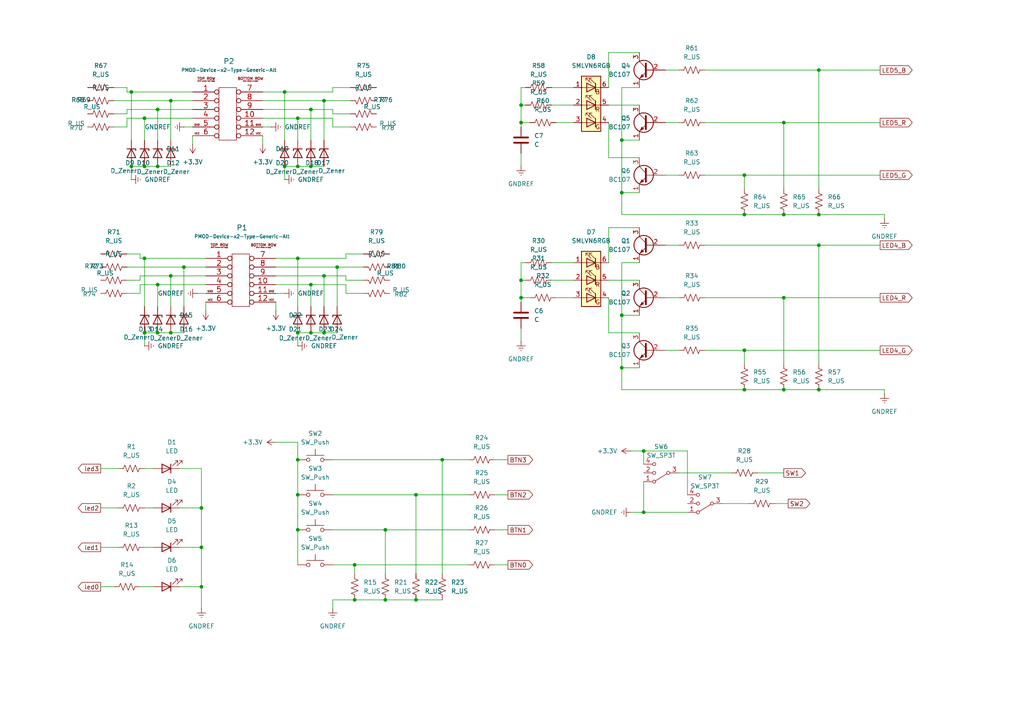
<source format=kicad_sch>
(kicad_sch (version 20231120) (generator "eeschema") (generator_version "8.0")
  (paper "A4")
  (lib_symbols
    (symbol "Device:C" (pin_numbers hide) (pin_names (offset 0.254))
      (property "Reference" "C" (at 0.635 2.54 0))
      (property "Value" "C" (at 0.635 -2.54 0))
      (symbol "C_0_1"
        (polyline (pts (xy -2.032 -0.762) (xy 2.032 -0.762)) (stroke (width 0.508)))
        (polyline (pts (xy -2.032 0.762) (xy 2.032 0.762)) (stroke (width 0.508)))
      )
      (symbol "C_1_1"
        (pin passive line (at 0 3.81 270) (length 2.794) (name "~") (number "1"))
        (pin passive line (at 0 -3.81 90) (length 2.794) (name "~") (number "2"))
      )
    )
    (symbol "Device:D_Zener" (pin_numbers hide) (pin_names (offset 1.016) hide)
      (property "Reference" "D" (at 0 2.54 0))
      (property "Value" "D_Zener" (at 0 -2.54 0))
      (symbol "D_Zener_0_1"
        (polyline (pts (xy 1.27 0) (xy -1.27 0)))
        (polyline (pts (xy -1.27 -1.27) (xy -1.27 1.27) (xy -0.762 1.27)) (stroke (width 0.254)))
        (polyline (pts (xy 1.27 -1.27) (xy 1.27 1.27) (xy -1.27 0) (xy 1.27 -1.27)) (stroke (width 0.254)))
      )
      (symbol "D_Zener_1_1"
        (pin passive line (at -3.81 0 0) (length 2.54) (name "K") (number "1"))
        (pin passive line (at 3.81 0 180) (length 2.54) (name "A") (number "2"))
      )
    )
    (symbol "Device:LED" (pin_numbers hide) (pin_names (offset 1.016) hide)
      (property "Reference" "D" (at 0 2.54 0))
      (property "Value" "LED" (at 0 -2.54 0))
      (symbol "LED_0_1"
        (polyline (pts (xy -1.27 -1.27) (xy -1.27 1.27)) (stroke (width 0.254)))
        (polyline (pts (xy -1.27 0) (xy 1.27 0)))
        (polyline (pts (xy 1.27 -1.27) (xy 1.27 1.27) (xy -1.27 0) (xy 1.27 -1.27)) (stroke (width 0.254)))
        (polyline (pts (xy -3.048 -0.762) (xy -4.572 -2.286) (xy -3.81 -2.286) (xy -4.572 -2.286) (xy -4.572 -1.524)))
        (polyline (pts (xy -1.778 -0.762) (xy -3.302 -2.286) (xy -2.54 -2.286) (xy -3.302 -2.286) (xy -3.302 -1.524)))
      )
      (symbol "LED_1_1"
        (pin passive line (at -3.81 0 0) (length 2.54) (name "K") (number "1"))
        (pin passive line (at 3.81 0 180) (length 2.54) (name "A") (number "2"))
      )
    )
    (symbol "Device:R_US" (pin_numbers hide) (pin_names (offset 0))
      (property "Reference" "R" (at 2.54 0 90))
      (property "Value" "R_US" (at -2.54 0 90))
      (symbol "R_US_0_1"
        (polyline (pts (xy 0 -2.286) (xy 0 -2.54)))
        (polyline (pts (xy 0 2.286) (xy 0 2.54)))
        (polyline (pts (xy 0 -0.762) (xy 1.016 -1.143) (xy 0 -1.524) (xy -1.016 -1.905) (xy 0 -2.286)))
        (polyline (pts (xy 0 0.762) (xy 1.016 0.381) (xy 0 0) (xy -1.016 -0.381) (xy 0 -0.762)))
        (polyline (pts (xy 0 2.286) (xy 1.016 1.905) (xy 0 1.524) (xy -1.016 1.143) (xy 0 0.762)))
      )
      (symbol "R_US_1_1"
        (pin passive line (at 0 3.81 270) (length 1.27) (name "~") (number "1"))
        (pin passive line (at 0 -3.81 90) (length 1.27) (name "~") (number "2"))
      )
    )
    (symbol "LED:SMLVN6RGB" (pin_names (offset 0) hide)
      (property "Reference" "D" (at 0 12.7 0))
      (property "Value" "SMLVN6RGB" (at 0 10.16 0))
      (symbol "SMLVN6RGB_0_0"
        (text "B" (at 1.905 3.81 0) (effects (font (size 1.27 1.27))))
        (text "G" (at 1.905 -6.35 0) (effects (font (size 1.27 1.27))))
        (text "R" (at 1.905 -1.27 0) (effects (font (size 1.27 1.27))))
      )
      (symbol "SMLVN6RGB_0_1"
        (rectangle (start -2.794 8.382) (end 2.794 -7.62) (stroke (width 0.254)) (fill (type background)))
        (rectangle (start -1.27 -1.27) (end -1.27 1.27))
        (rectangle (start -1.27 1.27) (end -1.27 1.27))
        (rectangle (start -1.27 3.81) (end -1.27 6.35))
        (rectangle (start -1.27 6.35) (end -1.27 6.35))
        (polyline (pts (xy -1.27 -5.08) (xy -2.54 -5.08)))
        (polyline (pts (xy -1.27 0) (xy -2.54 0)))
        (polyline (pts (xy -1.27 0) (xy 1.27 0)))
        (polyline (pts (xy -1.27 5.08) (xy -2.54 5.08)))
        (polyline (pts (xy 1.27 -5.08) (xy -1.27 -5.08)))
        (polyline (pts (xy 1.27 -5.08) (xy 2.54 -5.08)))
        (polyline (pts (xy 1.27 -3.81) (xy 1.27 -6.35)) (stroke (width 0.254)))
        (polyline (pts (xy 1.27 0) (xy 2.54 0)))
        (polyline (pts (xy 1.27 1.27) (xy 1.27 -1.27)) (stroke (width 0.254)))
        (polyline (pts (xy 1.27 5.08) (xy -1.27 5.08)))
        (polyline (pts (xy 1.27 5.08) (xy 2.54 5.08)))
        (polyline (pts (xy 1.27 6.35) (xy 1.27 3.81)) (stroke (width 0.254)))
        (polyline (pts (xy 1.27 1.27) (xy 1.27 -1.27) (xy 1.27 -1.27)))
        (polyline (pts (xy 1.27 6.35) (xy 1.27 3.81) (xy 1.27 3.81)))
        (polyline (pts (xy -1.27 -3.81) (xy -1.27 -6.35) (xy 1.27 -5.08) (xy -1.27 -3.81)) (stroke (width 0.254)))
        (polyline (pts (xy -1.27 1.27) (xy -1.27 -1.27) (xy 1.27 0) (xy -1.27 1.27)) (stroke (width 0.254)))
        (polyline (pts (xy -1.27 6.35) (xy -1.27 3.81) (xy 1.27 5.08) (xy -1.27 6.35)) (stroke (width 0.254)))
        (polyline (pts (xy 0 -3.81) (xy -1.524 -2.286) (xy -0.762 -2.286) (xy -1.524 -2.286) (xy -1.524 -3.048)))
        (polyline (pts (xy 0 1.27) (xy -1.524 2.794) (xy -0.762 2.794) (xy -1.524 2.794) (xy -1.524 2.032)))
        (polyline (pts (xy 0 6.35) (xy -1.524 7.874) (xy -0.762 7.874) (xy -1.524 7.874) (xy -1.524 7.112)))
        (polyline (pts (xy 1.016 -3.81) (xy -0.508 -2.286) (xy 0.254 -2.286) (xy -0.508 -2.286) (xy -0.508 -3.048)))
        (polyline (pts (xy 1.016 1.27) (xy -0.508 2.794) (xy 0.254 2.794) (xy -0.508 2.794) (xy -0.508 2.032)))
        (polyline (pts (xy 1.016 6.35) (xy -0.508 7.874) (xy 0.254 7.874) (xy -0.508 7.874) (xy -0.508 7.112)))
      )
      (symbol "SMLVN6RGB_1_1"
        (pin passive line (at -5.08 5.08 0) (length 2.54) (name "BA") (number "1"))
        (pin passive line (at -5.08 0 0) (length 2.54) (name "RA") (number "2"))
        (pin passive line (at -5.08 -5.08 0) (length 2.54) (name "GA") (number "3"))
        (pin passive line (at 5.08 -5.08 180) (length 2.54) (name "GK") (number "4"))
        (pin passive line (at 5.08 0 180) (length 2.54) (name "RK") (number "5"))
        (pin passive line (at 5.08 5.08 180) (length 2.54) (name "BK") (number "6"))
      )
    )
    (symbol "Switch2:SW_SP3T" (pin_names (offset 0) hide)
      (property "Reference" "SW" (at 0 5.08 0))
      (property "Value" "SW_SP3T" (at 0 -5.08 0))
      (symbol "SW_SP3T_0_1"
        (circle (center -2.032 0) (radius 0.4572))
        (polyline (pts (xy -1.651 0.254) (xy 1.651 2.286)))
        (circle (center 2.032 -2.54) (radius 0.4572))
        (circle (center 2.032 0) (radius 0.4572))
        (circle (center 2.032 2.54) (radius 0.4572))
      )
      (symbol "SW_SP3T_1_1"
        (pin passive line (at 5.08 2.54 180) (length 2.54) (name "1") (number "1"))
        (pin passive line (at 5.08 0 180) (length 2.54) (name "2") (number "2"))
        (pin passive line (at -5.08 0 0) (length 2.54) (name "3") (number "3"))
        (pin passive line (at 5.08 -2.54 180) (length 2.54) (name "4") (number "4"))
      )
    )
    (symbol "Switch:SW_Push" (pin_numbers hide) (pin_names (offset 1.016) hide)
      (property "Reference" "SW" (at 1.27 2.54 0))
      (property "Value" "SW_Push" (at 0 -1.524 0))
      (symbol "SW_Push_0_1"
        (circle (center -2.032 0) (radius 0.508))
        (polyline (pts (xy 0 1.27) (xy 0 3.048)))
        (polyline (pts (xy 2.54 1.27) (xy -2.54 1.27)))
        (circle (center 2.032 0) (radius 0.508))
        (pin passive line (at -5.08 0 0) (length 2.54) (name "1") (number "1"))
        (pin passive line (at 5.08 0 180) (length 2.54) (name "2") (number "2"))
      )
    )
    (symbol "Transistor_BJT:BC107" (pin_names (offset 0) hide)
      (property "Reference" "Q" (at 5.08 1.905 0))
      (property "Value" "BC107" (at 5.08 0 0))
      (symbol "BC107_0_1"
        (polyline (pts (xy 0.635 0.635) (xy 2.54 2.54)))
        (polyline (pts (xy 0.635 -0.635) (xy 2.54 -2.54) (xy 2.54 -2.54)))
        (polyline (pts (xy 0.635 1.905) (xy 0.635 -1.905) (xy 0.635 -1.905)) (stroke (width 0.508)))
        (polyline (pts (xy 1.27 -1.778) (xy 1.778 -1.27) (xy 2.286 -2.286) (xy 1.27 -1.778) (xy 1.27 -1.778)) (fill (type outline)))
        (circle (center 1.27 0) (radius 2.8194) (stroke (width 0.254)))
      )
      (symbol "BC107_1_1"
        (pin passive line (at 2.54 -5.08 90) (length 2.54) (name "E") (number "1"))
        (pin input line (at -5.08 0 0) (length 5.715) (name "B") (number "2"))
        (pin passive line (at 2.54 5.08 270) (length 2.54) (name "C") (number "3"))
      )
    )
    (symbol "pmod:PMOD-Device-x2-Type-Generic-Alt" (pin_names (offset 1.016) hide)
      (property "Reference" "P" (at 2.54 16.51 0))
      (property "Value" "PMOD-Device-x2-Type-Generic-Alt" (at 2.286 -1.016 0))
      (symbol "PMOD-Device-x2-Type-Generic-Alt_0_0"
        (text "(Pins closest to edge)" (at -4.064 17.272 0) (effects (font (size 0.254 0.254)) (justify top)))
        (text "(Pins furthest from edge)" (at 8.763 17.272 0) (effects (font (size 0.254 0.254)) (justify top)))
        (text "BOTTOM ROW" (at -4.064 18.288 0) (effects (font (size 0.762 0.762)) (justify top)))
        (text "GND" (at -6.35 4.445 0) (effects (font (size 0.508 0.508))))
        (text "GND" (at 11.43 4.445 0) (effects (font (size 0.508 0.508))))
        (text "TOP ROW" (at 8.763 18.288 0) (effects (font (size 0.762 0.762)) (justify top)))
        (text "VCC" (at -6.35 1.905 0) (effects (font (size 0.508 0.508))))
        (text "VCC" (at 11.43 1.905 0) (effects (font (size 0.508 0.508))))
      )
      (symbol "PMOD-Device-x2-Type-Generic-Alt_0_1"
        (rectangle (start 5.08 15.24) (end 0 0))
      )
      (symbol "PMOD-Device-x2-Type-Generic-Alt_1_1"
        (pin passive inverted (at 12.7 13.97 180) (length 7.62) (name "P1") (number "1"))
        (pin passive inverted (at -7.62 6.35 0) (length 7.62) (name "P10") (number "10"))
        (pin passive inverted (at -7.62 3.81 0) (length 7.62) (name "P11") (number "11"))
        (pin passive inverted (at -7.62 1.27 0) (length 7.62) (name "P12") (number "12"))
        (pin passive inverted (at 12.7 11.43 180) (length 7.62) (name "P2") (number "2"))
        (pin passive inverted (at 12.7 8.89 180) (length 7.62) (name "P3") (number "3"))
        (pin passive inverted (at 12.7 6.35 180) (length 7.62) (name "P4") (number "4"))
        (pin passive inverted (at 12.7 3.81 180) (length 7.62) (name "P5") (number "5"))
        (pin passive inverted (at 12.7 1.27 180) (length 7.62) (name "P6") (number "6"))
        (pin passive inverted (at -7.62 13.97 0) (length 7.62) (name "P7") (number "7"))
        (pin passive inverted (at -7.62 11.43 0) (length 7.62) (name "P8") (number "8"))
        (pin passive inverted (at -7.62 8.89 0) (length 7.62) (name "P9") (number "9"))
      )
    )
    (symbol "power:+3.3V" (power) (pin_numbers hide) (pin_names (offset 0) hide)
      (property "Value" "+3.3V" (at 0 3.556 0))
      (symbol "+3.3V_0_1"
        (polyline (pts (xy -0.762 1.27) (xy 0 2.54)))
        (polyline (pts (xy 0 0) (xy 0 2.54)))
        (polyline (pts (xy 0 2.54) (xy 0.762 1.27)))
      )
      (symbol "+3.3V_1_1"
        (pin power_in line (at 0 0 90) (length 0) (name "~") (number "1"))
      )
    )
    (symbol "power:GNDREF" (power) (pin_numbers hide) (pin_names (offset 0) hide)
      (property "Value" "GNDREF" (at 0 -3.81 0))
      (symbol "GNDREF_0_1"
        (polyline (pts (xy -0.635 -1.905) (xy 0.635 -1.905)))
        (polyline (pts (xy -0.127 -2.54) (xy 0.127 -2.54)))
        (polyline (pts (xy 0 -1.27) (xy 0 0)))
        (polyline (pts (xy 1.27 -1.27) (xy -1.27 -1.27)))
      )
      (symbol "GNDREF_1_1"
        (pin power_in line (at 0 0 270) (length 0) (name "~") (number "1"))
      )
    )
  )
  (junction (at 93.98 96.52))
  (junction (at 49.53 96.52))
  (junction (at 102.87 163.83))
  (junction (at 49.53 80.01))
  (junction (at 186.69 148.59))
  (junction (at 180.34 40.64))
  (junction (at 45.72 96.52))
  (junction (at 215.9 101.6))
  (junction (at 102.87 173.99))
  (junction (at 186.69 130.81))
  (junction (at 86.36 74.93))
  (junction (at 111.76 153.67))
  (junction (at 86.36 34.29))
  (junction (at 237.49 62.23))
  (junction (at 90.17 82.55))
  (junction (at 180.34 91.44))
  (junction (at 82.55 48.26))
  (junction (at 237.49 71.12))
  (junction (at 151.13 86.36))
  (junction (at 237.49 20.32))
  (junction (at 41.91 34.29))
  (junction (at 90.17 31.75))
  (junction (at 86.36 96.52))
  (junction (at 58.42 158.75))
  (junction (at 93.98 80.01))
  (junction (at 38.1 48.26))
  (junction (at 41.91 74.93))
  (junction (at 227.33 62.23))
  (junction (at 86.36 143.51))
  (junction (at 180.34 106.68))
  (junction (at 38.1 26.67))
  (junction (at 45.72 48.26))
  (junction (at 215.9 62.23))
  (junction (at 120.65 173.99))
  (junction (at 93.98 29.21))
  (junction (at 215.9 113.03))
  (junction (at 49.53 29.21))
  (junction (at 128.27 133.35))
  (junction (at 237.49 113.03))
  (junction (at 180.34 55.88))
  (junction (at 90.17 96.52))
  (junction (at 151.13 35.56))
  (junction (at 58.42 170.18))
  (junction (at 97.79 77.47))
  (junction (at 90.17 48.26))
  (junction (at 82.55 26.67))
  (junction (at 86.36 48.26))
  (junction (at 45.72 31.75))
  (junction (at 227.33 35.56))
  (junction (at 151.13 30.48))
  (junction (at 227.33 86.36))
  (junction (at 120.65 143.51))
  (junction (at 53.34 77.47))
  (junction (at 86.36 133.35))
  (junction (at 58.42 147.32))
  (junction (at 151.13 81.28))
  (junction (at 86.36 153.67))
  (junction (at 111.76 173.99))
  (junction (at 41.91 48.26))
  (junction (at 41.91 96.52))
  (junction (at 45.72 82.55))
  (junction (at 215.9 50.8))
  (junction (at 227.33 113.03))
  (wire (pts (xy 58.42 170.18) (xy 58.42 176.53)))
  (wire (pts (xy 102.87 163.83) (xy 135.89 163.83)))
  (wire (pts (xy 120.65 166.37) (xy 120.65 143.51)))
  (wire (pts (xy 120.65 143.51) (xy 135.89 143.51)))
  (wire (pts (xy 29.21 135.89) (xy 34.29 135.89)))
  (wire (pts (xy 193.04 86.36) (xy 196.85 86.36)))
  (wire (pts (xy 215.9 113.03) (xy 180.34 113.03)))
  (wire (pts (xy 151.13 25.4) (xy 151.13 30.48)))
  (wire (pts (xy 215.9 101.6) (xy 255.27 101.6)))
  (wire (pts (xy 105.41 81.28) (xy 100.33 81.28)))
  (wire (pts (xy 209.55 146.05) (xy 217.17 146.05)))
  (wire (pts (xy 227.33 62.23) (xy 237.49 62.23)))
  (wire (pts (xy 93.98 80.01) (xy 93.98 88.9)))
  (wire (pts (xy 49.53 40.64) (xy 49.53 29.21)))
  (wire (pts (xy 40.64 74.93) (xy 41.91 74.93)))
  (wire (pts (xy 49.53 80.01) (xy 59.69 80.01)))
  (wire (pts (xy 58.42 158.75) (xy 58.42 170.18)))
  (wire (pts (xy 256.54 63.5) (xy 256.54 62.23)))
  (wire (pts (xy 40.64 81.28) (xy 40.64 80.01)))
  (wire (pts (xy 38.1 26.67) (xy 38.1 40.64)))
  (wire (pts (xy 151.13 44.45) (xy 151.13 48.26)))
  (wire (pts (xy 185.42 25.4) (xy 180.34 25.4)))
  (wire (pts (xy 93.98 29.21) (xy 101.6 29.21)))
  (wire (pts (xy 33.02 33.02) (xy 36.83 33.02)))
  (wire (pts (xy 215.9 54.61) (xy 215.9 50.8)))
  (wire (pts (xy 100.33 74.93) (xy 86.36 74.93)))
  (wire (pts (xy 80.01 80.01) (xy 93.98 80.01)))
  (wire (pts (xy 193.04 101.6) (xy 196.85 101.6)))
  (wire (pts (xy 227.33 113.03) (xy 237.49 113.03)))
  (wire (pts (xy 52.07 147.32) (xy 58.42 147.32)))
  (wire (pts (xy 36.83 81.28) (xy 40.64 81.28)))
  (wire (pts (xy 33.02 29.21) (xy 49.53 29.21)))
  (wire (pts (xy 151.13 76.2) (xy 151.13 81.28)))
  (wire (pts (xy 152.4 25.4) (xy 151.13 25.4)))
  (wire (pts (xy 199.39 143.51) (xy 199.39 130.81)))
  (wire (pts (xy 80.01 82.55) (xy 90.17 82.55)))
  (wire (pts (xy 36.83 77.47) (xy 53.34 77.47)))
  (wire (pts (xy 76.2 39.37) (xy 76.2 41.91)))
  (wire (pts (xy 86.36 128.27) (xy 86.36 133.35)))
  (wire (pts (xy 186.69 130.81) (xy 186.69 134.62)))
  (wire (pts (xy 161.29 86.36) (xy 166.37 86.36)))
  (wire (pts (xy 93.98 29.21) (xy 93.98 40.64)))
  (wire (pts (xy 40.64 85.09) (xy 40.64 82.55)))
  (wire (pts (xy 143.51 133.35) (xy 147.32 133.35)))
  (wire (pts (xy 193.04 50.8) (xy 196.85 50.8)))
  (wire (pts (xy 36.83 33.02) (xy 36.83 31.75)))
  (wire (pts (xy 36.83 31.75) (xy 45.72 31.75)))
  (wire (pts (xy 45.72 96.52) (xy 49.53 96.52)))
  (wire (pts (xy 176.53 86.36) (xy 176.53 96.52)))
  (wire (pts (xy 90.17 31.75) (xy 96.52 31.75)))
  (wire (pts (xy 227.33 35.56) (xy 255.27 35.56)))
  (wire (pts (xy 96.52 143.51) (xy 120.65 143.51)))
  (wire (pts (xy 176.53 81.28) (xy 185.42 81.28)))
  (wire (pts (xy 143.51 153.67) (xy 147.32 153.67)))
  (wire (pts (xy 176.53 66.04) (xy 185.42 66.04)))
  (wire (pts (xy 101.6 33.02) (xy 96.52 33.02)))
  (wire (pts (xy 143.51 143.51) (xy 147.32 143.51)))
  (wire (pts (xy 76.2 31.75) (xy 90.17 31.75)))
  (wire (pts (xy 33.02 25.4) (xy 36.83 25.4)))
  (wire (pts (xy 176.53 25.4) (xy 176.53 15.24)))
  (wire (pts (xy 41.91 34.29) (xy 55.88 34.29)))
  (wire (pts (xy 161.29 35.56) (xy 166.37 35.56)))
  (wire (pts (xy 86.36 48.26) (xy 90.17 48.26)))
  (wire (pts (xy 90.17 31.75) (xy 90.17 40.64)))
  (wire (pts (xy 101.6 36.83) (xy 96.52 36.83)))
  (wire (pts (xy 45.72 31.75) (xy 55.88 31.75)))
  (wire (pts (xy 180.34 76.2) (xy 180.34 91.44)))
  (wire (pts (xy 227.33 54.61) (xy 227.33 35.56)))
  (wire (pts (xy 193.04 71.12) (xy 196.85 71.12)))
  (wire (pts (xy 151.13 36.83) (xy 151.13 35.56)))
  (wire (pts (xy 176.53 35.56) (xy 176.53 45.72)))
  (wire (pts (xy 45.72 82.55) (xy 45.72 88.9)))
  (wire (pts (xy 215.9 113.03) (xy 227.33 113.03)))
  (wire (pts (xy 215.9 105.41) (xy 215.9 101.6)))
  (wire (pts (xy 96.52 176.53) (xy 96.52 173.99)))
  (wire (pts (xy 193.04 20.32) (xy 196.85 20.32)))
  (wire (pts (xy 86.36 133.35) (xy 86.36 143.51)))
  (wire (pts (xy 80.01 74.93) (xy 86.36 74.93)))
  (wire (pts (xy 237.49 105.41) (xy 237.49 71.12)))
  (wire (pts (xy 52.07 158.75) (xy 58.42 158.75)))
  (wire (pts (xy 45.72 48.26) (xy 49.53 48.26)))
  (wire (pts (xy 29.21 170.18) (xy 33.02 170.18)))
  (wire (pts (xy 100.33 81.28) (xy 100.33 80.01)))
  (wire (pts (xy 186.69 139.7) (xy 186.69 148.59)))
  (wire (pts (xy 76.2 26.67) (xy 82.55 26.67)))
  (wire (pts (xy 41.91 48.26) (xy 45.72 48.26)))
  (wire (pts (xy 100.33 73.66) (xy 100.33 74.93)))
  (wire (pts (xy 80.01 85.09) (xy 82.55 85.09)))
  (wire (pts (xy 76.2 34.29) (xy 86.36 34.29)))
  (wire (pts (xy 111.76 173.99) (xy 120.65 173.99)))
  (wire (pts (xy 256.54 62.23) (xy 237.49 62.23)))
  (wire (pts (xy 102.87 173.99) (xy 111.76 173.99)))
  (wire (pts (xy 96.52 133.35) (xy 128.27 133.35)))
  (wire (pts (xy 176.53 30.48) (xy 185.42 30.48)))
  (wire (pts (xy 93.98 96.52) (xy 97.79 96.52)))
  (wire (pts (xy 256.54 114.3) (xy 256.54 113.03)))
  (wire (pts (xy 55.88 39.37) (xy 55.88 41.91)))
  (wire (pts (xy 36.83 73.66) (xy 40.64 73.66)))
  (wire (pts (xy 80.01 87.63) (xy 80.01 90.17)))
  (wire (pts (xy 215.9 62.23) (xy 180.34 62.23)))
  (wire (pts (xy 204.47 20.32) (xy 237.49 20.32)))
  (wire (pts (xy 97.79 77.47) (xy 97.79 88.9)))
  (wire (pts (xy 196.85 137.16) (xy 212.09 137.16)))
  (wire (pts (xy 96.52 34.29) (xy 86.36 34.29)))
  (wire (pts (xy 86.36 143.51) (xy 86.36 153.67)))
  (wire (pts (xy 128.27 133.35) (xy 128.27 166.37)))
  (wire (pts (xy 40.64 73.66) (xy 40.64 74.93)))
  (wire (pts (xy 100.33 85.09) (xy 100.33 82.55)))
  (wire (pts (xy 111.76 153.67) (xy 111.76 166.37)))
  (wire (pts (xy 219.71 137.16) (xy 227.33 137.16)))
  (wire (pts (xy 58.42 135.89) (xy 58.42 147.32)))
  (wire (pts (xy 82.55 48.26) (xy 86.36 48.26)))
  (wire (pts (xy 215.9 62.23) (xy 227.33 62.23)))
  (wire (pts (xy 151.13 86.36) (xy 153.67 86.36)))
  (wire (pts (xy 90.17 48.26) (xy 93.98 48.26)))
  (wire (pts (xy 215.9 50.8) (xy 255.27 50.8)))
  (wire (pts (xy 41.91 135.89) (xy 44.45 135.89)))
  (wire (pts (xy 180.34 62.23) (xy 180.34 55.88)))
  (wire (pts (xy 224.79 146.05) (xy 228.6 146.05)))
  (wire (pts (xy 160.02 81.28) (xy 166.37 81.28)))
  (wire (pts (xy 193.04 35.56) (xy 196.85 35.56)))
  (wire (pts (xy 49.53 29.21) (xy 55.88 29.21)))
  (wire (pts (xy 186.69 148.59) (xy 182.88 148.59)))
  (wire (pts (xy 36.83 25.4) (xy 36.83 26.67)))
  (wire (pts (xy 90.17 96.52) (xy 93.98 96.52)))
  (wire (pts (xy 204.47 71.12) (xy 237.49 71.12)))
  (wire (pts (xy 176.53 96.52) (xy 185.42 96.52)))
  (wire (pts (xy 45.72 31.75) (xy 45.72 40.64)))
  (wire (pts (xy 151.13 35.56) (xy 153.67 35.56)))
  (wire (pts (xy 59.69 87.63) (xy 59.69 90.17)))
  (wire (pts (xy 86.36 96.52) (xy 86.36 100.33)))
  (wire (pts (xy 86.36 96.52) (xy 90.17 96.52)))
  (wire (pts (xy 237.49 20.32) (xy 255.27 20.32)))
  (wire (pts (xy 151.13 95.25) (xy 151.13 99.06)))
  (wire (pts (xy 256.54 113.03) (xy 237.49 113.03)))
  (wire (pts (xy 180.34 106.68) (xy 180.34 91.44)))
  (wire (pts (xy 40.64 80.01) (xy 49.53 80.01)))
  (wire (pts (xy 143.51 163.83) (xy 147.32 163.83)))
  (wire (pts (xy 52.07 170.18) (xy 58.42 170.18)))
  (wire (pts (xy 151.13 30.48) (xy 151.13 35.56)))
  (wire (pts (xy 227.33 35.56) (xy 204.47 35.56)))
  (wire (pts (xy 76.2 29.21) (xy 93.98 29.21)))
  (wire (pts (xy 105.41 73.66) (xy 100.33 73.66)))
  (wire (pts (xy 215.9 50.8) (xy 204.47 50.8)))
  (wire (pts (xy 93.98 80.01) (xy 100.33 80.01)))
  (wire (pts (xy 101.6 25.4) (xy 96.52 25.4)))
  (wire (pts (xy 86.36 34.29) (xy 86.36 40.64)))
  (wire (pts (xy 38.1 26.67) (xy 55.88 26.67)))
  (wire (pts (xy 111.76 153.67) (xy 135.89 153.67)))
  (wire (pts (xy 160.02 25.4) (xy 166.37 25.4)))
  (wire (pts (xy 49.53 80.01) (xy 49.53 88.9)))
  (wire (pts (xy 151.13 87.63) (xy 151.13 86.36)))
  (wire (pts (xy 41.91 96.52) (xy 45.72 96.52)))
  (wire (pts (xy 180.34 40.64) (xy 185.42 40.64)))
  (wire (pts (xy 53.34 88.9) (xy 53.34 77.47)))
  (wire (pts (xy 38.1 48.26) (xy 41.91 48.26)))
  (wire (pts (xy 176.53 45.72) (xy 185.42 45.72)))
  (wire (pts (xy 186.69 148.59) (xy 199.39 148.59)))
  (wire (pts (xy 100.33 82.55) (xy 90.17 82.55)))
  (wire (pts (xy 152.4 30.48) (xy 151.13 30.48)))
  (wire (pts (xy 180.34 25.4) (xy 180.34 40.64)))
  (wire (pts (xy 36.83 36.83) (xy 36.83 34.29)))
  (wire (pts (xy 86.36 74.93) (xy 86.36 88.9)))
  (wire (pts (xy 227.33 86.36) (xy 227.33 105.41)))
  (wire (pts (xy 41.91 34.29) (xy 41.91 40.64)))
  (wire (pts (xy 41.91 74.93) (xy 59.69 74.93)))
  (wire (pts (xy 128.27 133.35) (xy 135.89 133.35)))
  (wire (pts (xy 182.88 130.81) (xy 186.69 130.81)))
  (wire (pts (xy 38.1 48.26) (xy 38.1 52.07)))
  (wire (pts (xy 80.01 77.47) (xy 97.79 77.47)))
  (wire (pts (xy 120.65 173.99) (xy 128.27 173.99)))
  (wire (pts (xy 152.4 76.2) (xy 151.13 76.2)))
  (wire (pts (xy 40.64 170.18) (xy 44.45 170.18)))
  (wire (pts (xy 41.91 74.93) (xy 41.91 88.9)))
  (wire (pts (xy 185.42 76.2) (xy 180.34 76.2)))
  (wire (pts (xy 49.53 96.52) (xy 53.34 96.52)))
  (wire (pts (xy 152.4 81.28) (xy 151.13 81.28)))
  (wire (pts (xy 180.34 113.03) (xy 180.34 106.68)))
  (wire (pts (xy 80.01 128.27) (xy 86.36 128.27)))
  (wire (pts (xy 102.87 163.83) (xy 102.87 166.37)))
  (wire (pts (xy 96.52 173.99) (xy 102.87 173.99)))
  (wire (pts (xy 176.53 15.24) (xy 185.42 15.24)))
  (wire (pts (xy 41.91 96.52) (xy 41.91 100.33)))
  (wire (pts (xy 29.21 158.75) (xy 34.29 158.75)))
  (wire (pts (xy 160.02 30.48) (xy 166.37 30.48)))
  (wire (pts (xy 82.55 26.67) (xy 82.55 40.64)))
  (wire (pts (xy 176.53 76.2) (xy 176.53 66.04)))
  (wire (pts (xy 36.83 34.29) (xy 41.91 34.29)))
  (wire (pts (xy 90.17 82.55) (xy 90.17 88.9)))
  (wire (pts (xy 96.52 153.67) (xy 111.76 153.67)))
  (wire (pts (xy 96.52 26.67) (xy 82.55 26.67)))
  (wire (pts (xy 33.02 36.83) (xy 36.83 36.83)))
  (wire (pts (xy 160.02 76.2) (xy 166.37 76.2)))
  (wire (pts (xy 151.13 81.28) (xy 151.13 86.36)))
  (wire (pts (xy 57.15 85.09) (xy 59.69 85.09)))
  (wire (pts (xy 36.83 26.67) (xy 38.1 26.67)))
  (wire (pts (xy 237.49 54.61) (xy 237.49 20.32)))
  (wire (pts (xy 96.52 33.02) (xy 96.52 31.75)))
  (wire (pts (xy 97.79 77.47) (xy 105.41 77.47)))
  (wire (pts (xy 36.83 85.09) (xy 40.64 85.09)))
  (wire (pts (xy 96.52 25.4) (xy 96.52 26.67)))
  (wire (pts (xy 255.27 86.36) (xy 227.33 86.36)))
  (wire (pts (xy 76.2 36.83) (xy 78.74 36.83)))
  (wire (pts (xy 237.49 71.12) (xy 255.27 71.12)))
  (wire (pts (xy 82.55 48.26) (xy 82.55 52.07)))
  (wire (pts (xy 53.34 36.83) (xy 55.88 36.83)))
  (wire (pts (xy 185.42 55.88) (xy 180.34 55.88)))
  (wire (pts (xy 180.34 55.88) (xy 180.34 40.64)))
  (wire (pts (xy 199.39 130.81) (xy 186.69 130.81)))
  (wire (pts (xy 52.07 135.89) (xy 58.42 135.89)))
  (wire (pts (xy 45.72 82.55) (xy 59.69 82.55)))
  (wire (pts (xy 96.52 36.83) (xy 96.52 34.29)))
  (wire (pts (xy 180.34 91.44) (xy 185.42 91.44)))
  (wire (pts (xy 215.9 101.6) (xy 204.47 101.6)))
  (wire (pts (xy 41.91 147.32) (xy 44.45 147.32)))
  (wire (pts (xy 53.34 77.47) (xy 59.69 77.47)))
  (wire (pts (xy 86.36 153.67) (xy 86.36 163.83)))
  (wire (pts (xy 40.64 82.55) (xy 45.72 82.55)))
  (wire (pts (xy 185.42 106.68) (xy 180.34 106.68)))
  (wire (pts (xy 58.42 147.32) (xy 58.42 158.75)))
  (wire (pts (xy 41.91 158.75) (xy 44.45 158.75)))
  (wire (pts (xy 105.41 85.09) (xy 100.33 85.09)))
  (wire (pts (xy 29.21 147.32) (xy 34.29 147.32)))
  (wire (pts (xy 96.52 163.83) (xy 102.87 163.83)))
  (wire (pts (xy 227.33 86.36) (xy 204.47 86.36)))
  (global_label "led2" (shape output) (at 29.21 147.32 180) (property "Intersheetrefs" "${INTERSHEET_REFS}" (effects (hide yes))))
  (global_label "led0" (shape output) (at 29.21 170.18 180) (property "Intersheetrefs" "${INTERSHEET_REFS}" (effects (hide yes))))
  (global_label "LED5_R" (shape output) (at 255.27 35.56 0) (property "Intersheetrefs" "${INTERSHEET_REFS}" (effects (hide yes))))
  (global_label "BTN2" (shape output) (at 147.32 143.51 0) (property "Intersheetrefs" "${INTERSHEET_REFS}" (effects (hide yes))))
  (global_label "led1" (shape output) (at 29.21 158.75 180) (property "Intersheetrefs" "${INTERSHEET_REFS}" (effects (hide yes))))
  (global_label "LED4_B" (shape output) (at 255.27 71.12 0) (property "Intersheetrefs" "${INTERSHEET_REFS}" (effects (hide yes))))
  (global_label "LED4_G" (shape output) (at 255.27 101.6 0) (property "Intersheetrefs" "${INTERSHEET_REFS}" (effects (hide yes))))
  (global_label "LED5_B" (shape output) (at 255.27 20.32 0) (property "Intersheetrefs" "${INTERSHEET_REFS}" (effects (hide yes))))
  (global_label "LED5_G" (shape output) (at 255.27 50.8 0) (property "Intersheetrefs" "${INTERSHEET_REFS}" (effects (hide yes))))
  (global_label "BTN1" (shape output) (at 147.32 153.67 0) (property "Intersheetrefs" "${INTERSHEET_REFS}" (effects (hide yes))))
  (global_label "SW2" (shape output) (at 228.6 146.05 0) (property "Intersheetrefs" "${INTERSHEET_REFS}" (effects (hide yes))))
  (global_label "BTN3" (shape output) (at 147.32 133.35 0) (property "Intersheetrefs" "${INTERSHEET_REFS}" (effects (hide yes))))
  (global_label "LED4_R" (shape output) (at 255.27 86.36 0) (property "Intersheetrefs" "${INTERSHEET_REFS}" (effects (hide yes))))
  (global_label "led3" (shape output) (at 29.21 135.89 180) (property "Intersheetrefs" "${INTERSHEET_REFS}" (effects (hide yes))))
  (global_label "SW1" (shape output) (at 227.33 137.16 0) (property "Intersheetrefs" "${INTERSHEET_REFS}" (effects (hide yes))))
  (global_label "BTN0" (shape output) (at 147.32 163.83 0) (property "Intersheetrefs" "${INTERSHEET_REFS}" (effects (hide yes))))
  (symbol (lib_id "Device:R_US") (at 139.7 163.83 90) (unit 1)
    (property "Reference" "R27" (at 139.7 157.48 90))
    (property "Value" "R_US" (at 139.7 160.02 90))
    (property "Description" "Resistor, US symbol" (effects (hide yes)))
  )
  (symbol (lib_id "Device:R_US") (at 105.41 33.02 270) (mirror x) (unit 1)
    (property "Reference" "R77" (at 110.236 28.956 90))
    (property "Value" "R_US" (at 107.95 30.988 90))
    (property "Description" "Resistor, US symbol" (effects (hide yes)))
  )
  (symbol (lib_id "Transistor_BJT:BC107") (at 187.96 50.8 0) (mirror y) (unit 1)
    (property "Reference" "Q6" (at 182.88 49.5299 0) (effects (justify left)))
    (property "Value" "BC107" (at 182.88 52.0699 0) (effects (justify left)))
    (property "Footprint" "Package_TO_SOT_THT:TO-18-3" (effects (hide yes)))
    (property "Datasheet" "http://www.b-kainka.de/Daten/Transistor/BC108.pdf" (effects (hide yes)))
    (property "Description" "0.1A Ic, 50V Vce, Low Noise General Purpose NPN Transistor, TO-18" (effects (hide yes)))
  )
  (symbol (lib_id "pmod:PMOD-Device-x2-Type-Generic-Alt") (at 68.58 40.64 0) (mirror y) (unit 1)
    (property "Reference" "P2" (at 66.3717 17.78 0) (effects (font (size 1.524 1.524))))
    (property "Value" "PMOD-Device-x2-Type-Generic-Alt" (at 66.3717 20.32 0) (effects (font (size 0.9906 0.9906))))
    (property "Footprint" "pmod-conn_6x2:pmod_pin_array_6x2" (effects (hide yes)))
  )
  (symbol (lib_id "Device:R_US") (at 215.9 58.42 180) (unit 1)
    (property "Reference" "R64" (at 218.44 57.1499 0) (effects (justify right)))
    (property "Value" "R_US" (at 218.44 59.6899 0) (effects (justify right)))
    (property "Description" "Resistor, US symbol" (effects (hide yes)))
  )
  (symbol (lib_id "Device:R_US") (at 156.21 25.4 90) (unit 1)
    (property "Reference" "R58" (at 156.21 19.05 90))
    (property "Value" "R_US" (at 156.21 21.59 90))
    (property "Description" "Resistor, US symbol" (effects (hide yes)))
  )
  (symbol (lib_id "Device:R_US") (at 215.9 109.22 180) (unit 1)
    (property "Reference" "R55" (at 218.44 107.9499 0) (effects (justify right)))
    (property "Value" "R_US" (at 218.44 110.4899 0) (effects (justify right)))
    (property "Description" "Resistor, US symbol" (effects (hide yes)))
  )
  (symbol (lib_id "Device:D_Zener") (at 93.98 92.71 90) (mirror x) (unit 1)
    (property "Reference" "D23" (at 96.266 95.504 90) (effects (justify left)))
    (property "Value" "D_Zener" (at 96.266 98.044 90) (effects (justify left)))
    (property "Description" "Zener diode" (effects (hide yes)))
  )
  (symbol (lib_id "Switch:SW_Push") (at 91.44 163.83 0) (unit 1)
    (property "Reference" "SW5" (at 91.44 156.21 0))
    (property "Value" "SW_Push" (at 91.44 158.75 0))
    (property "Description" "Push button switch, generic, two pins" (effects (hide yes)))
  )
  (symbol (lib_id "Device:LED") (at 48.26 147.32 180) (unit 1)
    (property "Reference" "D4" (at 49.8475 139.7 0))
    (property "Value" "LED" (at 49.8475 142.24 0))
    (property "Description" "Light emitting diode" (effects (hide yes)))
  )
  (symbol (lib_id "Device:D_Zener") (at 90.17 44.45 90) (mirror x) (unit 1)
    (property "Reference" "D18" (at 92.456 47.244 90) (effects (justify left)))
    (property "Value" "D_Zener" (at 92.456 49.784 90) (effects (justify left)))
    (property "Description" "Zener diode" (effects (hide yes)))
  )
  (symbol (lib_id "Device:R_US") (at 38.1 158.75 90) (unit 1)
    (property "Reference" "R13" (at 38.1 152.4 90))
    (property "Value" "R_US" (at 38.1 154.94 90))
    (property "Description" "Resistor, US symbol" (effects (hide yes)))
  )
  (symbol (lib_id "Switch:SW_Push") (at 91.44 153.67 0) (unit 1)
    (property "Reference" "SW4" (at 91.44 146.05 0))
    (property "Value" "SW_Push" (at 91.44 148.59 0))
    (property "Description" "Push button switch, generic, two pins" (effects (hide yes)))
  )
  (symbol (lib_id "power:GNDREF") (at 57.15 85.09 270) (unit 1)
    (property "Reference" "#PWR016" (effects (hide yes)))
    (property "Value" "GNDREF" (at 53.34 85.0899 90) (effects (justify right)))
    (property "Description" "Power symbol creates a global label with name \"GNDREF\" , reference supply ground" (effects (hide yes)))
  )
  (symbol (lib_id "Device:R_US") (at 105.41 36.83 270) (mirror x) (unit 1)
    (property "Reference" "R78" (at 112.522 37.084 90))
    (property "Value" "R_US" (at 112.522 35.814 90))
    (property "Description" "Resistor, US symbol" (effects (hide yes)))
  )
  (symbol (lib_id "Device:C") (at 151.13 40.64 0) (unit 1)
    (property "Reference" "C7" (at 154.94 39.3699 0) (effects (justify left)))
    (property "Value" "C" (at 154.94 41.9099 0) (effects (justify left)))
    (property "Description" "Unpolarized capacitor" (effects (hide yes)))
  )
  (symbol (lib_id "Device:D_Zener") (at 41.91 92.71 270) (unit 1)
    (property "Reference" "D13" (at 40.132 95.504 90) (effects (justify left)))
    (property "Value" "D_Zener" (at 35.814 97.79 90) (effects (justify left)))
    (property "Description" "Zener diode" (effects (hide yes)))
  )
  (symbol (lib_id "power:+3.3V") (at 76.2 41.91 180) (unit 1)
    (property "Reference" "#PWR013" (effects (hide yes)))
    (property "Value" "+3.3V" (at 76.2 46.99 0))
    (property "Description" "Power symbol creates a global label with name \"+3.3V\"" (effects (hide yes)))
  )
  (symbol (lib_id "LED:SMLVN6RGB") (at 171.45 81.28 0) (unit 1)
    (property "Reference" "D7" (at 171.45 67.31 0))
    (property "Value" "SMLVN6RGB" (at 171.45 69.85 0))
    (property "Footprint" "LED_SMD:LED_ROHM_SMLVN6" (effects (hide yes)))
    (property "Datasheet" "https://www.rohm.com/datasheet/SMLVN6RGB1U" (effects (hide yes)))
    (property "Description" "High Brightness Tri-Color LED, RGB, 3.5x2.8mm" (effects (hide yes)))
  )
  (symbol (lib_id "power:GNDREF") (at 256.54 63.5 0) (unit 1)
    (property "Reference" "#PWR09" (effects (hide yes)))
    (property "Value" "GNDREF" (at 256.54 68.58 0))
    (property "Description" "Power symbol creates a global label with name \"GNDREF\" , reference supply ground" (effects (hide yes)))
  )
  (symbol (lib_id "Device:R_US") (at 105.41 29.21 270) (mirror x) (unit 1)
    (property "Reference" "R76" (at 112.014 28.956 90))
    (property "Value" "R_US" (at 105.41 25.4 90))
    (property "Description" "Resistor, US symbol" (effects (hide yes)))
  )
  (symbol (lib_id "Device:R_US") (at 29.21 25.4 90) (unit 1)
    (property "Reference" "R67" (at 29.21 19.05 90))
    (property "Value" "R_US" (at 29.21 21.59 90))
    (property "Description" "Resistor, US symbol" (effects (hide yes)))
  )
  (symbol (lib_id "Device:R_US") (at 237.49 58.42 180) (unit 1)
    (property "Reference" "R66" (at 240.03 57.1499 0) (effects (justify right)))
    (property "Value" "R_US" (at 240.03 59.6899 0) (effects (justify right)))
    (property "Description" "Resistor, US symbol" (effects (hide yes)))
  )
  (symbol (lib_id "power:GNDREF") (at 38.1 52.07 90) (unit 1)
    (property "Reference" "#PWR010" (effects (hide yes)))
    (property "Value" "GNDREF" (at 41.91 52.0699 90) (effects (justify right)))
    (property "Description" "Power symbol creates a global label with name \"GNDREF\" , reference supply ground" (effects (hide yes)))
  )
  (symbol (lib_id "Device:R_US") (at 156.21 81.28 90) (unit 1)
    (property "Reference" "R31" (at 156.21 74.93 90))
    (property "Value" "R_US" (at 156.21 77.47 90))
    (property "Description" "Resistor, US symbol" (effects (hide yes)))
  )
  (symbol (lib_id "power:GNDREF") (at 256.54 114.3 0) (unit 1)
    (property "Reference" "#PWR07" (effects (hide yes)))
    (property "Value" "GNDREF" (at 256.54 119.38 0))
    (property "Description" "Power symbol creates a global label with name \"GNDREF\" , reference supply ground" (effects (hide yes)))
  )
  (symbol (lib_id "Device:R_US") (at 200.66 86.36 90) (unit 1)
    (property "Reference" "R34" (at 200.66 80.01 90))
    (property "Value" "R_US" (at 200.66 82.55 90))
    (property "Description" "Resistor, US symbol" (effects (hide yes)))
  )
  (symbol (lib_id "Device:LED") (at 48.26 135.89 180) (unit 1)
    (property "Reference" "D1" (at 49.8475 128.27 0))
    (property "Value" "LED" (at 49.8475 130.81 0))
    (property "Description" "Light emitting diode" (effects (hide yes)))
  )
  (symbol (lib_id "Transistor_BJT:BC107") (at 187.96 101.6 0) (mirror y) (unit 1)
    (property "Reference" "Q3" (at 182.88 100.3299 0) (effects (justify left)))
    (property "Value" "BC107" (at 182.88 102.8699 0) (effects (justify left)))
    (property "Footprint" "Package_TO_SOT_THT:TO-18-3" (effects (hide yes)))
    (property "Datasheet" "http://www.b-kainka.de/Daten/Transistor/BC108.pdf" (effects (hide yes)))
    (property "Description" "0.1A Ic, 50V Vce, Low Noise General Purpose NPN Transistor, TO-18" (effects (hide yes)))
  )
  (symbol (lib_id "pmod:PMOD-Device-x2-Type-Generic-Alt") (at 72.39 88.9 0) (mirror y) (unit 1)
    (property "Reference" "P1" (at 70.1817 66.04 0) (effects (font (size 1.524 1.524))))
    (property "Value" "PMOD-Device-x2-Type-Generic-Alt" (at 70.1817 68.58 0) (effects (font (size 0.9906 0.9906))))
    (property "Footprint" "pmod-conn_6x2:pmod_pin_array_6x2" (effects (hide yes)))
  )
  (symbol (lib_id "Device:R_US") (at 200.66 20.32 90) (unit 1)
    (property "Reference" "R61" (at 200.66 13.97 90))
    (property "Value" "R_US" (at 200.66 16.51 90))
    (property "Description" "Resistor, US symbol" (effects (hide yes)))
  )
  (symbol (lib_id "Device:R_US") (at 33.02 73.66 90) (unit 1)
    (property "Reference" "R71" (at 33.02 67.31 90))
    (property "Value" "R_US" (at 33.02 69.85 90))
    (property "Description" "Resistor, US symbol" (effects (hide yes)))
  )
  (symbol (lib_id "Device:R_US") (at 120.65 170.18 0) (unit 1)
    (property "Reference" "R22" (at 123.19 168.9099 0) (effects (justify left)))
    (property "Value" "R_US" (at 123.19 171.4499 0) (effects (justify left)))
    (property "Description" "Resistor, US symbol" (effects (hide yes)))
  )
  (symbol (lib_id "Transistor_BJT:BC107") (at 187.96 86.36 0) (mirror y) (unit 1)
    (property "Reference" "Q2" (at 182.88 85.0899 0) (effects (justify left)))
    (property "Value" "BC107" (at 182.88 87.6299 0) (effects (justify left)))
    (property "Footprint" "Package_TO_SOT_THT:TO-18-3" (effects (hide yes)))
    (property "Datasheet" "http://www.b-kainka.de/Daten/Transistor/BC108.pdf" (effects (hide yes)))
    (property "Description" "0.1A Ic, 50V Vce, Low Noise General Purpose NPN Transistor, TO-18" (effects (hide yes)))
  )
  (symbol (lib_id "Transistor_BJT:BC107") (at 187.96 35.56 0) (mirror y) (unit 1)
    (property "Reference" "Q5" (at 182.88 34.2899 0) (effects (justify left)))
    (property "Value" "BC107" (at 182.88 36.8299 0) (effects (justify left)))
    (property "Footprint" "Package_TO_SOT_THT:TO-18-3" (effects (hide yes)))
    (property "Datasheet" "http://www.b-kainka.de/Daten/Transistor/BC108.pdf" (effects (hide yes)))
    (property "Description" "0.1A Ic, 50V Vce, Low Noise General Purpose NPN Transistor, TO-18" (effects (hide yes)))
  )
  (symbol (lib_id "Switch2:SW_SP3T") (at 204.47 146.05 180) (unit 1)
    (property "Reference" "SW7" (at 204.47 138.43 0))
    (property "Value" "SW_SP3T" (at 204.47 140.97 0))
    (property "Description" "Switch, three position, single pole triple throw, 3 position switch, SP3T" (effects (hide yes)))
  )
  (symbol (lib_id "Device:R_US") (at 157.48 35.56 90) (unit 1)
    (property "Reference" "R60" (at 157.48 29.21 90))
    (property "Value" "R_US" (at 157.48 31.75 90))
    (property "Description" "Resistor, US symbol" (effects (hide yes)))
  )
  (symbol (lib_id "power:GNDREF") (at 151.13 48.26 0) (unit 1)
    (property "Reference" "#PWR08" (effects (hide yes)))
    (property "Value" "GNDREF" (at 151.13 53.34 0))
    (property "Description" "Power symbol creates a global label with name \"GNDREF\" , reference supply ground" (effects (hide yes)))
  )
  (symbol (lib_id "Device:R_US") (at 139.7 143.51 90) (unit 1)
    (property "Reference" "R25" (at 139.7 137.16 90))
    (property "Value" "R_US" (at 139.7 139.7 90))
    (property "Description" "Resistor, US symbol" (effects (hide yes)))
  )
  (symbol (lib_id "Device:LED") (at 48.26 170.18 180) (unit 1)
    (property "Reference" "D6" (at 49.8475 162.56 0))
    (property "Value" "LED" (at 49.8475 165.1 0))
    (property "Description" "Light emitting diode" (effects (hide yes)))
  )
  (symbol (lib_id "Device:R_US") (at 200.66 71.12 90) (unit 1)
    (property "Reference" "R33" (at 200.66 64.77 90))
    (property "Value" "R_US" (at 200.66 67.31 90))
    (property "Description" "Resistor, US symbol" (effects (hide yes)))
  )
  (symbol (lib_id "power:GNDREF") (at 82.55 52.07 90) (unit 1)
    (property "Reference" "#PWR?" (effects (hide yes)))
    (property "Value" "GNDREF" (at 86.36 52.0699 90) (effects (justify right)))
    (property "Description" "Power symbol creates a global label with name \"GNDREF\" , reference supply ground" (effects (hide yes)))
  )
  (symbol (lib_id "Device:R_US") (at 29.21 33.02 90) (unit 1)
    (property "Reference" "R69" (at 24.384 28.956 90))
    (property "Value" "R_US" (at 26.67 30.988 90))
    (property "Description" "Resistor, US symbol" (effects (hide yes)))
  )
  (symbol (lib_id "Device:R_US") (at 139.7 153.67 90) (unit 1)
    (property "Reference" "R26" (at 139.7 147.32 90))
    (property "Value" "R_US" (at 139.7 149.86 90))
    (property "Description" "Resistor, US symbol" (effects (hide yes)))
  )
  (symbol (lib_id "Switch:SW_Push") (at 91.44 143.51 0) (unit 1)
    (property "Reference" "SW3" (at 91.44 135.89 0))
    (property "Value" "SW_Push" (at 91.44 138.43 0))
    (property "Description" "Push button switch, generic, two pins" (effects (hide yes)))
  )
  (symbol (lib_id "power:GNDREF") (at 58.42 176.53 0) (unit 1)
    (property "Reference" "#PWR01" (effects (hide yes)))
    (property "Value" "GNDREF" (at 58.42 181.61 0))
    (property "Description" "Power symbol creates a global label with name \"GNDREF\" , reference supply ground" (effects (hide yes)))
  )
  (symbol (lib_id "Device:D_Zener") (at 49.53 44.45 270) (unit 1)
    (property "Reference" "D12" (at 48.26 47.244 90) (effects (justify left)))
    (property "Value" "D_Zener" (at 47.244 49.784 90) (effects (justify left)))
    (property "Description" "Zener diode" (effects (hide yes)))
  )
  (symbol (lib_id "Device:R_US") (at 38.1 147.32 90) (unit 1)
    (property "Reference" "R2" (at 38.1 140.97 90))
    (property "Value" "R_US" (at 38.1 143.51 90))
    (property "Description" "Resistor, US symbol" (effects (hide yes)))
  )
  (symbol (lib_id "Device:R_US") (at 220.98 146.05 90) (unit 1)
    (property "Reference" "R29" (at 220.98 139.7 90))
    (property "Value" "R_US" (at 220.98 142.24 90))
    (property "Description" "Resistor, US symbol" (effects (hide yes)))
  )
  (symbol (lib_id "Device:R_US") (at 36.83 170.18 90) (unit 1)
    (property "Reference" "R14" (at 36.83 163.83 90))
    (property "Value" "R_US" (at 36.83 166.37 90))
    (property "Description" "Resistor, US symbol" (effects (hide yes)))
  )
  (symbol (lib_id "power:GNDREF") (at 53.34 36.83 270) (unit 1)
    (property "Reference" "#PWR011" (effects (hide yes)))
    (property "Value" "GNDREF" (at 49.53 36.8299 90) (effects (justify right)))
    (property "Description" "Power symbol creates a global label with name \"GNDREF\" , reference supply ground" (effects (hide yes)))
  )
  (symbol (lib_id "Device:R_US") (at 29.21 36.83 90) (unit 1)
    (property "Reference" "R70" (at 22.098 37.084 90))
    (property "Value" "R_US" (at 22.098 35.814 90))
    (property "Description" "Resistor, US symbol" (effects (hide yes)))
  )
  (symbol (lib_id "Device:R_US") (at 33.02 81.28 90) (unit 1)
    (property "Reference" "R73" (at 28.194 77.216 90))
    (property "Value" "R_US" (at 30.48 79.248 90))
    (property "Description" "Resistor, US symbol" (effects (hide yes)))
  )
  (symbol (lib_id "Device:R_US") (at 109.22 85.09 270) (mirror x) (unit 1)
    (property "Reference" "R82" (at 116.332 85.344 90))
    (property "Value" "R_US" (at 116.332 84.074 90))
    (property "Description" "Resistor, US symbol" (effects (hide yes)))
  )
  (symbol (lib_id "Device:D_Zener") (at 82.55 44.45 90) (mirror x) (unit 1)
    (property "Reference" "D20" (at 83.82 47.244 90) (effects (justify left)))
    (property "Value" "D_Zener" (at 84.836 49.784 90) (effects (justify left)))
    (property "Description" "Zener diode" (effects (hide yes)))
  )
  (symbol (lib_id "power:GNDREF") (at 96.52 176.53 0) (unit 1)
    (property "Reference" "#PWR03" (effects (hide yes)))
    (property "Value" "GNDREF" (at 96.52 181.61 0))
    (property "Description" "Power symbol creates a global label with name \"GNDREF\" , reference supply ground" (effects (hide yes)))
  )
  (symbol (lib_id "Switch:SW_Push") (at 91.44 133.35 0) (unit 1)
    (property "Reference" "SW2" (at 91.44 125.73 0))
    (property "Value" "SW_Push" (at 91.44 128.27 0))
    (property "Description" "Push button switch, generic, two pins" (effects (hide yes)))
  )
  (symbol (lib_id "Device:R_US") (at 200.66 50.8 90) (unit 1)
    (property "Reference" "R63" (at 200.66 44.45 90))
    (property "Value" "R_US" (at 200.66 46.99 90))
    (property "Description" "Resistor, US symbol" (effects (hide yes)))
  )
  (symbol (lib_id "Device:R_US") (at 102.87 170.18 0) (unit 1)
    (property "Reference" "R15" (at 105.41 168.9099 0) (effects (justify left)))
    (property "Value" "R_US" (at 105.41 171.4499 0) (effects (justify left)))
    (property "Description" "Resistor, US symbol" (effects (hide yes)))
  )
  (symbol (lib_id "Device:D_Zener") (at 86.36 44.45 90) (mirror x) (unit 1)
    (property "Reference" "D19" (at 83.82 43.1799 90) (effects (justify left)))
    (property "Value" "D_Zener" (effects (hide yes)))
    (property "Description" "Zener diode" (effects (hide yes)))
  )
  (symbol (lib_id "Device:D_Zener") (at 86.36 92.71 90) (mirror x) (unit 1)
    (property "Reference" "D21" (at 87.63 95.504 90) (effects (justify left)))
    (property "Value" "D_Zener" (at 88.646 98.044 90) (effects (justify left)))
    (property "Description" "Zener diode" (effects (hide yes)))
  )
  (symbol (lib_id "Device:R_US") (at 156.21 76.2 90) (unit 1)
    (property "Reference" "R30" (at 156.21 69.85 90))
    (property "Value" "R_US" (at 156.21 72.39 90))
    (property "Description" "Resistor, US symbol" (effects (hide yes)))
  )
  (symbol (lib_id "Device:D_Zener") (at 97.79 92.71 90) (mirror x) (unit 1)
    (property "Reference" "D24" (at 99.568 95.504 90) (effects (justify left)))
    (property "Value" "D_Zener" (at 103.886 97.79 90) (effects (justify left)))
    (property "Description" "Zener diode" (effects (hide yes)))
  )
  (symbol (lib_id "Device:D_Zener") (at 93.98 44.45 90) (mirror x) (unit 1)
    (property "Reference" "D17" (at 95.758 47.244 90) (effects (justify left)))
    (property "Value" "D_Zener" (at 100.076 49.53 90) (effects (justify left)))
    (property "Description" "Zener diode" (effects (hide yes)))
  )
  (symbol (lib_id "power:+3.3V") (at 182.88 130.81 90) (unit 1)
    (property "Reference" "#PWR04" (effects (hide yes)))
    (property "Value" "+3.3V" (at 179.07 130.8099 90) (effects (justify left)))
    (property "Description" "Power symbol creates a global label with name \"+3.3V\"" (effects (hide yes)))
  )
  (symbol (lib_id "power:+3.3V") (at 59.69 90.17 180) (unit 1)
    (property "Reference" "#PWR017" (effects (hide yes)))
    (property "Value" "+3.3V" (at 59.69 95.25 0))
    (property "Description" "Power symbol creates a global label with name \"+3.3V\"" (effects (hide yes)))
  )
  (symbol (lib_id "Device:LED") (at 48.26 158.75 180) (unit 1)
    (property "Reference" "D5" (at 49.8475 151.13 0))
    (property "Value" "LED" (at 49.8475 153.67 0))
    (property "Description" "Light emitting diode" (effects (hide yes)))
  )
  (symbol (lib_id "Device:R_US") (at 200.66 35.56 90) (unit 1)
    (property "Reference" "R62" (at 200.66 29.21 90))
    (property "Value" "R_US" (at 200.66 31.75 90))
    (property "Description" "Resistor, US symbol" (effects (hide yes)))
  )
  (symbol (lib_id "Device:C") (at 151.13 91.44 0) (unit 1)
    (property "Reference" "C6" (at 154.94 90.1699 0) (effects (justify left)))
    (property "Value" "C" (at 154.94 92.7099 0) (effects (justify left)))
    (property "Description" "Unpolarized capacitor" (effects (hide yes)))
  )
  (symbol (lib_id "power:+3.3V") (at 80.01 90.17 180) (unit 1)
    (property "Reference" "#PWR018" (effects (hide yes)))
    (property "Value" "+3.3V" (at 80.01 95.25 0))
    (property "Description" "Power symbol creates a global label with name \"+3.3V\"" (effects (hide yes)))
  )
  (symbol (lib_id "Device:R_US") (at 109.22 73.66 270) (mirror x) (unit 1)
    (property "Reference" "R79" (at 109.22 67.31 90))
    (property "Value" "R_US" (at 109.22 69.85 90))
    (property "Description" "Resistor, US symbol" (effects (hide yes)))
  )
  (symbol (lib_id "Device:D_Zener") (at 45.72 44.45 270) (unit 1)
    (property "Reference" "D11" (at 48.26 43.1799 90) (effects (justify left)))
    (property "Value" "D_Zener" (effects (hide yes)))
    (property "Description" "Zener diode" (effects (hide yes)))
  )
  (symbol (lib_id "power:GNDREF") (at 41.91 100.33 90) (unit 1)
    (property "Reference" "#PWR015" (effects (hide yes)))
    (property "Value" "GNDREF" (at 45.72 100.3299 90) (effects (justify right)))
    (property "Description" "Power symbol creates a global label with name \"GNDREF\" , reference supply ground" (effects (hide yes)))
  )
  (symbol (lib_id "Device:R_US") (at 109.22 81.28 270) (mirror x) (unit 1)
    (property "Reference" "R81" (at 114.046 77.216 90))
    (property "Value" "R_US" (at 111.76 79.248 90))
    (property "Description" "Resistor, US symbol" (effects (hide yes)))
  )
  (symbol (lib_id "Device:R_US") (at 33.02 77.47 90) (unit 1)
    (property "Reference" "R72" (at 26.416 77.216 90))
    (property "Value" "R_US" (at 33.02 73.66 90))
    (property "Description" "Resistor, US symbol" (effects (hide yes)))
  )
  (symbol (lib_id "Device:R_US") (at 215.9 137.16 90) (unit 1)
    (property "Reference" "R28" (at 215.9 130.81 90))
    (property "Value" "R_US" (at 215.9 133.35 90))
    (property "Description" "Resistor, US symbol" (effects (hide yes)))
  )
  (symbol (lib_id "Device:R_US") (at 237.49 109.22 180) (unit 1)
    (property "Reference" "R57" (at 240.03 107.9499 0) (effects (justify right)))
    (property "Value" "R_US" (at 240.03 110.4899 0) (effects (justify right)))
    (property "Description" "Resistor, US symbol" (effects (hide yes)))
  )
  (symbol (lib_id "Transistor_BJT:BC107") (at 187.96 71.12 0) (mirror y) (unit 1)
    (property "Reference" "Q1" (at 182.88 69.8499 0) (effects (justify left)))
    (property "Value" "BC107" (at 182.88 72.3899 0) (effects (justify left)))
    (property "Footprint" "Package_TO_SOT_THT:TO-18-3" (effects (hide yes)))
    (property "Datasheet" "http://www.b-kainka.de/Daten/Transistor/BC108.pdf" (effects (hide yes)))
    (property "Description" "0.1A Ic, 50V Vce, Low Noise General Purpose NPN Transistor, TO-18" (effects (hide yes)))
  )
  (symbol (lib_id "Device:D_Zener") (at 41.91 44.45 270) (unit 1)
    (property "Reference" "D10" (at 39.624 47.244 90) (effects (justify left)))
    (property "Value" "D_Zener" (at 39.624 49.784 90) (effects (justify left)))
    (property "Description" "Zener diode" (effects (hide yes)))
  )
  (symbol (lib_id "Device:R_US") (at 33.02 85.09 90) (unit 1)
    (property "Reference" "R74" (at 25.908 85.344 90))
    (property "Value" "R_US" (at 25.908 84.074 90))
    (property "Description" "Resistor, US symbol" (effects (hide yes)))
  )
  (symbol (lib_id "power:+3.3V") (at 55.88 41.91 180) (unit 1)
    (property "Reference" "#PWR012" (effects (hide yes)))
    (property "Value" "+3.3V" (at 55.88 46.99 0))
    (property "Description" "Power symbol creates a global label with name \"+3.3V\"" (effects (hide yes)))
  )
  (symbol (lib_id "power:+3.3V") (at 80.01 128.27 90) (unit 1)
    (property "Reference" "#PWR02" (effects (hide yes)))
    (property "Value" "+3.3V" (at 76.2 128.2699 90) (effects (justify left)))
    (property "Description" "Power symbol creates a global label with name \"+3.3V\"" (effects (hide yes)))
  )
  (symbol (lib_id "Device:D_Zener") (at 49.53 92.71 270) (unit 1)
    (property "Reference" "D15" (at 52.07 91.4399 90) (effects (justify left)))
    (property "Value" "D_Zener" (effects (hide yes)))
    (property "Description" "Zener diode" (effects (hide yes)))
  )
  (symbol (lib_id "Device:R_US") (at 156.21 30.48 90) (unit 1)
    (property "Reference" "R59" (at 156.21 24.13 90))
    (property "Value" "R_US" (at 156.21 26.67 90))
    (property "Description" "Resistor, US symbol" (effects (hide yes)))
  )
  (symbol (lib_id "power:GNDREF") (at 182.88 148.59 270) (unit 1)
    (property "Reference" "#PWR05" (effects (hide yes)))
    (property "Value" "GNDREF" (at 179.07 148.5899 90) (effects (justify right)))
    (property "Description" "Power symbol creates a global label with name \"GNDREF\" , reference supply ground" (effects (hide yes)))
  )
  (symbol (lib_id "Device:D_Zener") (at 45.72 92.71 270) (unit 1)
    (property "Reference" "D14" (at 43.434 95.504 90) (effects (justify left)))
    (property "Value" "D_Zener" (at 43.434 98.044 90) (effects (justify left)))
    (property "Description" "Zener diode" (effects (hide yes)))
  )
  (symbol (lib_id "Device:R_US") (at 38.1 135.89 90) (unit 1)
    (property "Reference" "R1" (at 38.1 129.54 90))
    (property "Value" "R_US" (at 38.1 132.08 90))
    (property "Description" "Resistor, US symbol" (effects (hide yes)))
  )
  (symbol (lib_id "power:GNDREF") (at 78.74 36.83 90) (unit 1)
    (property "Reference" "#PWR014" (effects (hide yes)))
    (property "Value" "GNDREF" (at 82.55 36.8299 90) (effects (justify right)))
    (property "Description" "Power symbol creates a global label with name \"GNDREF\" , reference supply ground" (effects (hide yes)))
  )
  (symbol (lib_id "Device:R_US") (at 111.76 170.18 0) (unit 1)
    (property "Reference" "R21" (at 114.3 168.9099 0) (effects (justify left)))
    (property "Value" "R_US" (at 114.3 171.4499 0) (effects (justify left)))
    (property "Description" "Resistor, US symbol" (effects (hide yes)))
  )
  (symbol (lib_id "Device:R_US") (at 128.27 170.18 0) (unit 1)
    (property "Reference" "R23" (at 130.81 168.9099 0) (effects (justify left)))
    (property "Value" "R_US" (at 130.81 171.4499 0) (effects (justify left)))
    (property "Description" "Resistor, US symbol" (effects (hide yes)))
  )
  (symbol (lib_id "power:GNDREF") (at 151.13 99.06 0) (unit 1)
    (property "Reference" "#PWR06" (effects (hide yes)))
    (property "Value" "GNDREF" (at 151.13 104.14 0))
    (property "Description" "Power symbol creates a global label with name \"GNDREF\" , reference supply ground" (effects (hide yes)))
  )
  (symbol (lib_id "Device:R_US") (at 105.41 25.4 270) (mirror x) (unit 1)
    (property "Reference" "R75" (at 105.41 19.05 90))
    (property "Value" "R_US" (at 105.41 21.59 90))
    (property "Description" "Resistor, US symbol" (effects (hide yes)))
  )
  (symbol (lib_id "Device:R_US") (at 200.66 101.6 90) (unit 1)
    (property "Reference" "R35" (at 200.66 95.25 90))
    (property "Value" "R_US" (at 200.66 97.79 90))
    (property "Description" "Resistor, US symbol" (effects (hide yes)))
  )
  (symbol (lib_id "Device:R_US") (at 109.22 77.47 270) (mirror x) (unit 1)
    (property "Reference" "R80" (at 115.824 77.216 90))
    (property "Value" "R_US" (at 109.22 73.66 90))
    (property "Description" "Resistor, US symbol" (effects (hide yes)))
  )
  (symbol (lib_id "Device:R_US") (at 227.33 109.22 180) (unit 1)
    (property "Reference" "R56" (at 229.87 107.9499 0) (effects (justify right)))
    (property "Value" "R_US" (at 229.87 110.4899 0) (effects (justify right)))
    (property "Description" "Resistor, US symbol" (effects (hide yes)))
  )
  (symbol (lib_id "Device:D_Zener") (at 53.34 92.71 270) (unit 1)
    (property "Reference" "D16" (at 52.07 95.504 90) (effects (justify left)))
    (property "Value" "D_Zener" (at 51.054 98.044 90) (effects (justify left)))
    (property "Description" "Zener diode" (effects (hide yes)))
  )
  (symbol (lib_id "power:GNDREF") (at 86.36 100.33 90) (unit 1)
    (property "Reference" "#PWR020" (effects (hide yes)))
    (property "Value" "GNDREF" (at 90.17 100.3299 90) (effects (justify right)))
    (property "Description" "Power symbol creates a global label with name \"GNDREF\" , reference supply ground" (effects (hide yes)))
  )
  (symbol (lib_id "power:GNDREF") (at 82.55 85.09 90) (unit 1)
    (property "Reference" "#PWR019" (effects (hide yes)))
    (property "Value" "GNDREF" (at 86.36 85.0899 90) (effects (justify right)))
    (property "Description" "Power symbol creates a global label with name \"GNDREF\" , reference supply ground" (effects (hide yes)))
  )
  (symbol (lib_id "Transistor_BJT:BC107") (at 187.96 20.32 0) (mirror y) (unit 1)
    (property "Reference" "Q4" (at 182.88 19.0499 0) (effects (justify left)))
    (property "Value" "BC107" (at 182.88 21.5899 0) (effects (justify left)))
    (property "Footprint" "Package_TO_SOT_THT:TO-18-3" (effects (hide yes)))
    (property "Datasheet" "http://www.b-kainka.de/Daten/Transistor/BC108.pdf" (effects (hide yes)))
    (property "Description" "0.1A Ic, 50V Vce, Low Noise General Purpose NPN Transistor, TO-18" (effects (hide yes)))
  )
  (symbol (lib_id "Device:R_US") (at 139.7 133.35 90) (unit 1)
    (property "Reference" "R24" (at 139.7 127 90))
    (property "Value" "R_US" (at 139.7 129.54 90))
    (property "Description" "Resistor, US symbol" (effects (hide yes)))
  )
  (symbol (lib_id "Device:R_US") (at 157.48 86.36 90) (unit 1)
    (property "Reference" "R32" (at 157.48 80.01 90))
    (property "Value" "R_US" (at 157.48 82.55 90))
    (property "Description" "Resistor, US symbol" (effects (hide yes)))
  )
  (symbol (lib_id "Switch2:SW_SP3T") (at 191.77 137.16 180) (unit 1)
    (property "Reference" "SW6" (at 191.77 129.54 0))
    (property "Value" "SW_SP3T" (at 191.77 132.08 0))
    (property "Description" "Switch, three position, single pole triple throw, 3 position switch, SP3T" (effects (hide yes)))
  )
  (symbol (lib_id "Device:R_US") (at 227.33 58.42 180) (unit 1)
    (property "Reference" "R65" (at 229.87 57.1499 0) (effects (justify right)))
    (property "Value" "R_US" (at 229.87 59.6899 0) (effects (justify right)))
    (property "Description" "Resistor, US symbol" (effects (hide yes)))
  )
  (symbol (lib_id "Device:D_Zener") (at 38.1 44.45 270) (unit 1)
    (property "Reference" "D9" (at 36.322 47.244 90) (effects (justify left)))
    (property "Value" "D_Zener" (at 32.004 49.53 90) (effects (justify left)))
    (property "Description" "Zener diode" (effects (hide yes)))
  )
  (symbol (lib_id "LED:SMLVN6RGB") (at 171.45 30.48 0) (unit 1)
    (property "Reference" "D8" (at 171.45 16.51 0))
    (property "Value" "SMLVN6RGB" (at 171.45 19.05 0))
    (property "Footprint" "LED_SMD:LED_ROHM_SMLVN6" (effects (hide yes)))
    (property "Datasheet" "https://www.rohm.com/datasheet/SMLVN6RGB1U" (effects (hide yes)))
    (property "Description" "High Brightness Tri-Color LED, RGB, 3.5x2.8mm" (effects (hide yes)))
  )
  (symbol (lib_id "Device:R_US") (at 29.21 29.21 90) (unit 1)
    (property "Reference" "R68" (at 22.606 28.956 90))
    (property "Value" "R_US" (at 29.21 25.4 90))
    (property "Description" "Resistor, US symbol" (effects (hide yes)))
  )
  (symbol (lib_id "Device:D_Zener") (at 90.17 92.71 90) (mirror x) (unit 1)
    (property "Reference" "D22" (at 87.63 91.4399 90) (effects (justify left)))
    (property "Value" "D_Zener" (effects (hide yes)))
    (property "Description" "Zener diode" (effects (hide yes)))
  )
)
</source>
